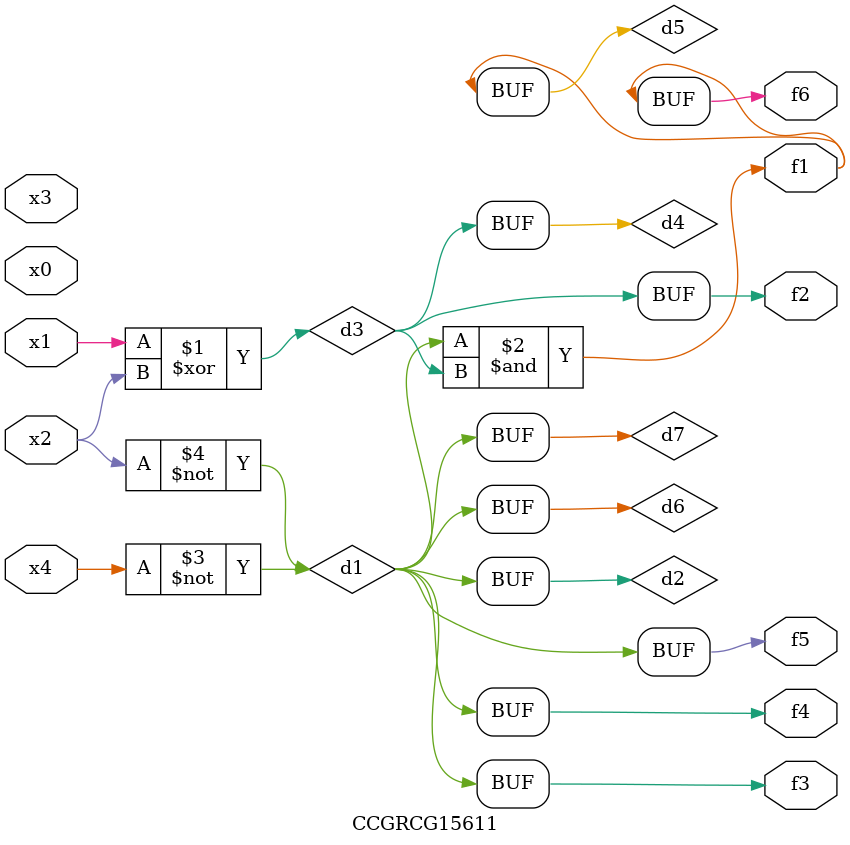
<source format=v>
module CCGRCG15611(
	input x0, x1, x2, x3, x4,
	output f1, f2, f3, f4, f5, f6
);

	wire d1, d2, d3, d4, d5, d6, d7;

	not (d1, x4);
	not (d2, x2);
	xor (d3, x1, x2);
	buf (d4, d3);
	and (d5, d1, d3);
	buf (d6, d1, d2);
	buf (d7, d2);
	assign f1 = d5;
	assign f2 = d4;
	assign f3 = d7;
	assign f4 = d7;
	assign f5 = d7;
	assign f6 = d5;
endmodule

</source>
